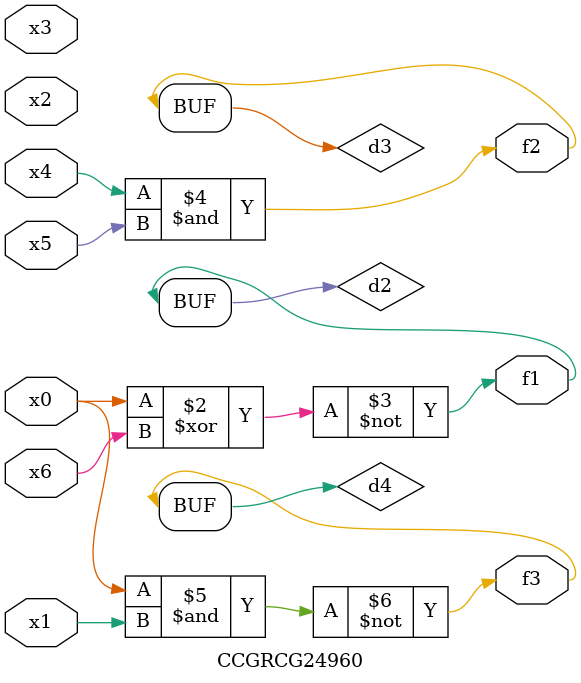
<source format=v>
module CCGRCG24960(
	input x0, x1, x2, x3, x4, x5, x6,
	output f1, f2, f3
);

	wire d1, d2, d3, d4;

	nor (d1, x0);
	xnor (d2, x0, x6);
	and (d3, x4, x5);
	nand (d4, x0, x1);
	assign f1 = d2;
	assign f2 = d3;
	assign f3 = d4;
endmodule

</source>
